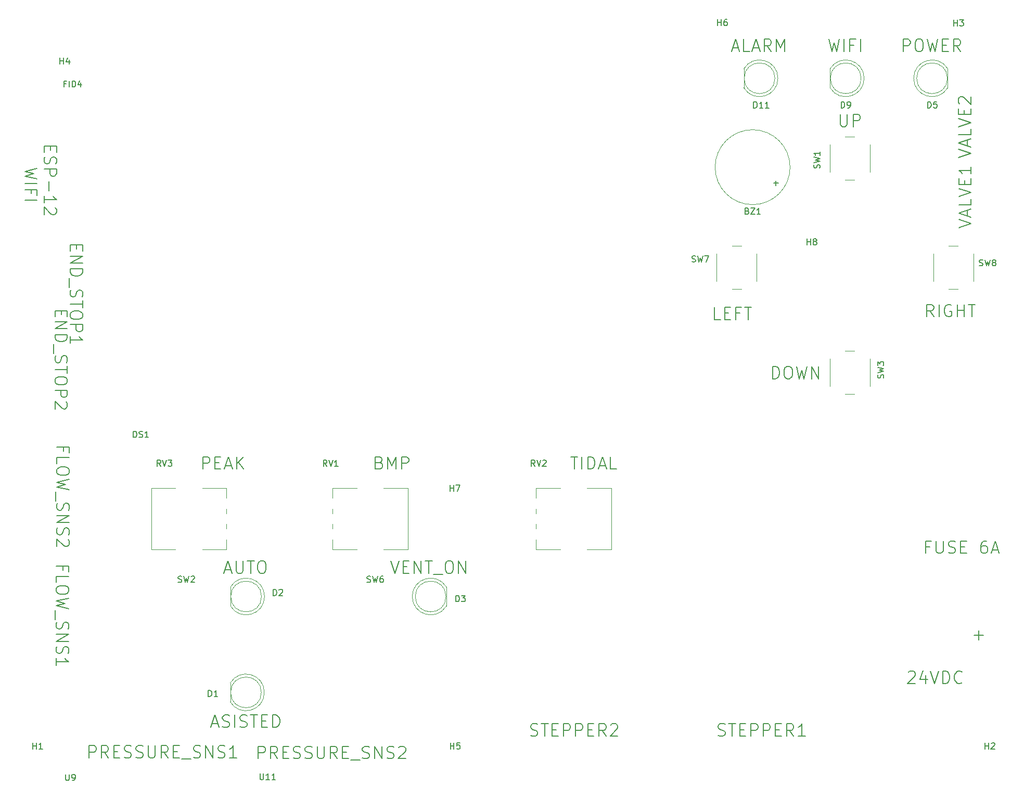
<source format=gto>
G04 #@! TF.GenerationSoftware,KiCad,Pcbnew,(5.1.5)-3*
G04 #@! TF.CreationDate,2020-04-02T09:01:34+03:00*
G04 #@! TF.ProjectId,VentilaVitesco,56656e74-696c-4615-9669-746573636f2e,rev?*
G04 #@! TF.SameCoordinates,PX354a940PY93c3260*
G04 #@! TF.FileFunction,Legend,Top*
G04 #@! TF.FilePolarity,Positive*
%FSLAX46Y46*%
G04 Gerber Fmt 4.6, Leading zero omitted, Abs format (unit mm)*
G04 Created by KiCad (PCBNEW (5.1.5)-3) date 2020-04-02 09:01:34*
%MOMM*%
%LPD*%
G04 APERTURE LIST*
%ADD10C,0.150000*%
%ADD11C,0.120000*%
G04 APERTURE END LIST*
D10*
X157454695Y27670143D02*
X158978504Y27670143D01*
X158216600Y26908239D02*
X158216600Y28432048D01*
X146749047Y21605762D02*
X146844285Y21701000D01*
X147034761Y21796239D01*
X147510952Y21796239D01*
X147701428Y21701000D01*
X147796666Y21605762D01*
X147891904Y21415286D01*
X147891904Y21224810D01*
X147796666Y20939096D01*
X146653809Y19796239D01*
X147891904Y19796239D01*
X149606190Y21129572D02*
X149606190Y19796239D01*
X149130000Y21891477D02*
X148653809Y20462905D01*
X149891904Y20462905D01*
X150368095Y21796239D02*
X151034761Y19796239D01*
X151701428Y21796239D01*
X152368095Y19796239D02*
X152368095Y21796239D01*
X152844285Y21796239D01*
X153130000Y21701000D01*
X153320476Y21510524D01*
X153415714Y21320048D01*
X153510952Y20939096D01*
X153510952Y20653381D01*
X153415714Y20272429D01*
X153320476Y20081953D01*
X153130000Y19891477D01*
X152844285Y19796239D01*
X152368095Y19796239D01*
X155510952Y19986715D02*
X155415714Y19891477D01*
X155130000Y19796239D01*
X154939523Y19796239D01*
X154653809Y19891477D01*
X154463333Y20081953D01*
X154368095Y20272429D01*
X154272857Y20653381D01*
X154272857Y20939096D01*
X154368095Y21320048D01*
X154463333Y21510524D01*
X154653809Y21701000D01*
X154939523Y21796239D01*
X155130000Y21796239D01*
X155415714Y21701000D01*
X155510952Y21605762D01*
X150232123Y42052858D02*
X149565457Y42052858D01*
X149565457Y41005239D02*
X149565457Y43005239D01*
X150517838Y43005239D01*
X151279742Y43005239D02*
X151279742Y41386191D01*
X151374980Y41195715D01*
X151470219Y41100477D01*
X151660695Y41005239D01*
X152041647Y41005239D01*
X152232123Y41100477D01*
X152327361Y41195715D01*
X152422600Y41386191D01*
X152422600Y43005239D01*
X153279742Y41100477D02*
X153565457Y41005239D01*
X154041647Y41005239D01*
X154232123Y41100477D01*
X154327361Y41195715D01*
X154422600Y41386191D01*
X154422600Y41576667D01*
X154327361Y41767143D01*
X154232123Y41862381D01*
X154041647Y41957620D01*
X153660695Y42052858D01*
X153470219Y42148096D01*
X153374980Y42243334D01*
X153279742Y42433810D01*
X153279742Y42624286D01*
X153374980Y42814762D01*
X153470219Y42910000D01*
X153660695Y43005239D01*
X154136885Y43005239D01*
X154422600Y42910000D01*
X155279742Y42052858D02*
X155946409Y42052858D01*
X156232123Y41005239D02*
X155279742Y41005239D01*
X155279742Y43005239D01*
X156232123Y43005239D01*
X159470219Y43005239D02*
X159089266Y43005239D01*
X158898790Y42910000D01*
X158803552Y42814762D01*
X158613076Y42529048D01*
X158517838Y42148096D01*
X158517838Y41386191D01*
X158613076Y41195715D01*
X158708314Y41100477D01*
X158898790Y41005239D01*
X159279742Y41005239D01*
X159470219Y41100477D01*
X159565457Y41195715D01*
X159660695Y41386191D01*
X159660695Y41862381D01*
X159565457Y42052858D01*
X159470219Y42148096D01*
X159279742Y42243334D01*
X158898790Y42243334D01*
X158708314Y42148096D01*
X158613076Y42052858D01*
X158517838Y41862381D01*
X160422600Y41576667D02*
X161374980Y41576667D01*
X160232123Y41005239D02*
X160898790Y43005239D01*
X161565457Y41005239D01*
X154962361Y94037781D02*
X156962361Y94704448D01*
X154962361Y95371115D01*
X156390933Y95942543D02*
X156390933Y96894924D01*
X156962361Y95752067D02*
X154962361Y96418734D01*
X156962361Y97085400D01*
X156962361Y98704448D02*
X156962361Y97752067D01*
X154962361Y97752067D01*
X154962361Y99085400D02*
X156962361Y99752067D01*
X154962361Y100418734D01*
X155914742Y101085400D02*
X155914742Y101752067D01*
X156962361Y102037781D02*
X156962361Y101085400D01*
X154962361Y101085400D01*
X154962361Y102037781D01*
X156962361Y103942543D02*
X156962361Y102799686D01*
X156962361Y103371115D02*
X154962361Y103371115D01*
X155248076Y103180639D01*
X155438552Y102990162D01*
X155533790Y102799686D01*
X154911561Y105442381D02*
X156911561Y106109048D01*
X154911561Y106775715D01*
X156340133Y107347143D02*
X156340133Y108299524D01*
X156911561Y107156667D02*
X154911561Y107823334D01*
X156911561Y108490000D01*
X156911561Y110109048D02*
X156911561Y109156667D01*
X154911561Y109156667D01*
X154911561Y110490000D02*
X156911561Y111156667D01*
X154911561Y111823334D01*
X155863942Y112490000D02*
X155863942Y113156667D01*
X156911561Y113442381D02*
X156911561Y112490000D01*
X154911561Y112490000D01*
X154911561Y113442381D01*
X155102038Y114204286D02*
X155006800Y114299524D01*
X154911561Y114490000D01*
X154911561Y114966191D01*
X155006800Y115156667D01*
X155102038Y115251905D01*
X155292514Y115347143D01*
X155482990Y115347143D01*
X155768704Y115251905D01*
X156911561Y114109048D01*
X156911561Y115347143D01*
X7204257Y107301515D02*
X7204257Y106634848D01*
X6156638Y106349134D02*
X6156638Y107301515D01*
X8156638Y107301515D01*
X8156638Y106349134D01*
X6251876Y105587229D02*
X6156638Y105301515D01*
X6156638Y104825324D01*
X6251876Y104634848D01*
X6347114Y104539610D01*
X6537590Y104444372D01*
X6728066Y104444372D01*
X6918542Y104539610D01*
X7013780Y104634848D01*
X7109019Y104825324D01*
X7204257Y105206277D01*
X7299495Y105396753D01*
X7394733Y105491991D01*
X7585209Y105587229D01*
X7775685Y105587229D01*
X7966161Y105491991D01*
X8061400Y105396753D01*
X8156638Y105206277D01*
X8156638Y104730086D01*
X8061400Y104444372D01*
X6156638Y103587229D02*
X8156638Y103587229D01*
X8156638Y102825324D01*
X8061400Y102634848D01*
X7966161Y102539610D01*
X7775685Y102444372D01*
X7489971Y102444372D01*
X7299495Y102539610D01*
X7204257Y102634848D01*
X7109019Y102825324D01*
X7109019Y103587229D01*
X6918542Y101587229D02*
X6918542Y100063420D01*
X6156638Y98063420D02*
X6156638Y99206277D01*
X6156638Y98634848D02*
X8156638Y98634848D01*
X7870923Y98825324D01*
X7680447Y99015800D01*
X7585209Y99206277D01*
X7966161Y97301515D02*
X8061400Y97206277D01*
X8156638Y97015800D01*
X8156638Y96539610D01*
X8061400Y96349134D01*
X7966161Y96253896D01*
X7775685Y96158658D01*
X7585209Y96158658D01*
X7299495Y96253896D01*
X6156638Y97396753D01*
X6156638Y96158658D01*
X5006638Y103682467D02*
X3006638Y103206277D01*
X4435209Y102825324D01*
X3006638Y102444372D01*
X5006638Y101968181D01*
X3006638Y101206277D02*
X5006638Y101206277D01*
X4054257Y99587229D02*
X4054257Y100253896D01*
X3006638Y100253896D02*
X5006638Y100253896D01*
X5006638Y99301515D01*
X3006638Y98539610D02*
X5006638Y98539610D01*
X11445857Y91213581D02*
X11445857Y90546915D01*
X10398238Y90261200D02*
X10398238Y91213581D01*
X12398238Y91213581D01*
X12398238Y90261200D01*
X10398238Y89404058D02*
X12398238Y89404058D01*
X10398238Y88261200D01*
X12398238Y88261200D01*
X10398238Y87308820D02*
X12398238Y87308820D01*
X12398238Y86832629D01*
X12303000Y86546915D01*
X12112523Y86356439D01*
X11922047Y86261200D01*
X11541095Y86165962D01*
X11255380Y86165962D01*
X10874428Y86261200D01*
X10683952Y86356439D01*
X10493476Y86546915D01*
X10398238Y86832629D01*
X10398238Y87308820D01*
X10207761Y85785010D02*
X10207761Y84261200D01*
X10493476Y83880248D02*
X10398238Y83594534D01*
X10398238Y83118343D01*
X10493476Y82927867D01*
X10588714Y82832629D01*
X10779190Y82737391D01*
X10969666Y82737391D01*
X11160142Y82832629D01*
X11255380Y82927867D01*
X11350619Y83118343D01*
X11445857Y83499296D01*
X11541095Y83689772D01*
X11636333Y83785010D01*
X11826809Y83880248D01*
X12017285Y83880248D01*
X12207761Y83785010D01*
X12303000Y83689772D01*
X12398238Y83499296D01*
X12398238Y83023105D01*
X12303000Y82737391D01*
X12398238Y82165962D02*
X12398238Y81023105D01*
X10398238Y81594534D02*
X12398238Y81594534D01*
X12398238Y79975486D02*
X12398238Y79594534D01*
X12303000Y79404058D01*
X12112523Y79213581D01*
X11731571Y79118343D01*
X11064904Y79118343D01*
X10683952Y79213581D01*
X10493476Y79404058D01*
X10398238Y79594534D01*
X10398238Y79975486D01*
X10493476Y80165962D01*
X10683952Y80356439D01*
X11064904Y80451677D01*
X11731571Y80451677D01*
X12112523Y80356439D01*
X12303000Y80165962D01*
X12398238Y79975486D01*
X10398238Y78261200D02*
X12398238Y78261200D01*
X12398238Y77499296D01*
X12303000Y77308820D01*
X12207761Y77213581D01*
X12017285Y77118343D01*
X11731571Y77118343D01*
X11541095Y77213581D01*
X11445857Y77308820D01*
X11350619Y77499296D01*
X11350619Y78261200D01*
X10398238Y75213581D02*
X10398238Y76356439D01*
X10398238Y75785010D02*
X12398238Y75785010D01*
X12112523Y75975486D01*
X11922047Y76165962D01*
X11826809Y76356439D01*
X8956657Y80520181D02*
X8956657Y79853515D01*
X7909038Y79567800D02*
X7909038Y80520181D01*
X9909038Y80520181D01*
X9909038Y79567800D01*
X7909038Y78710658D02*
X9909038Y78710658D01*
X7909038Y77567800D01*
X9909038Y77567800D01*
X7909038Y76615420D02*
X9909038Y76615420D01*
X9909038Y76139229D01*
X9813800Y75853515D01*
X9623323Y75663039D01*
X9432847Y75567800D01*
X9051895Y75472562D01*
X8766180Y75472562D01*
X8385228Y75567800D01*
X8194752Y75663039D01*
X8004276Y75853515D01*
X7909038Y76139229D01*
X7909038Y76615420D01*
X7718561Y75091610D02*
X7718561Y73567800D01*
X8004276Y73186848D02*
X7909038Y72901134D01*
X7909038Y72424943D01*
X8004276Y72234467D01*
X8099514Y72139229D01*
X8289990Y72043991D01*
X8480466Y72043991D01*
X8670942Y72139229D01*
X8766180Y72234467D01*
X8861419Y72424943D01*
X8956657Y72805896D01*
X9051895Y72996372D01*
X9147133Y73091610D01*
X9337609Y73186848D01*
X9528085Y73186848D01*
X9718561Y73091610D01*
X9813800Y72996372D01*
X9909038Y72805896D01*
X9909038Y72329705D01*
X9813800Y72043991D01*
X9909038Y71472562D02*
X9909038Y70329705D01*
X7909038Y70901134D02*
X9909038Y70901134D01*
X9909038Y69282086D02*
X9909038Y68901134D01*
X9813800Y68710658D01*
X9623323Y68520181D01*
X9242371Y68424943D01*
X8575704Y68424943D01*
X8194752Y68520181D01*
X8004276Y68710658D01*
X7909038Y68901134D01*
X7909038Y69282086D01*
X8004276Y69472562D01*
X8194752Y69663039D01*
X8575704Y69758277D01*
X9242371Y69758277D01*
X9623323Y69663039D01*
X9813800Y69472562D01*
X9909038Y69282086D01*
X7909038Y67567800D02*
X9909038Y67567800D01*
X9909038Y66805896D01*
X9813800Y66615420D01*
X9718561Y66520181D01*
X9528085Y66424943D01*
X9242371Y66424943D01*
X9051895Y66520181D01*
X8956657Y66615420D01*
X8861419Y66805896D01*
X8861419Y67567800D01*
X9718561Y65663039D02*
X9813800Y65567800D01*
X9909038Y65377324D01*
X9909038Y64901134D01*
X9813800Y64710658D01*
X9718561Y64615420D01*
X9528085Y64520181D01*
X9337609Y64520181D01*
X9051895Y64615420D01*
X7909038Y65758277D01*
X7909038Y64520181D01*
X9261457Y57622153D02*
X9261457Y58288820D01*
X8213838Y58288820D02*
X10213838Y58288820D01*
X10213838Y57336439D01*
X8213838Y55622153D02*
X8213838Y56574534D01*
X10213838Y56574534D01*
X10213838Y54574534D02*
X10213838Y54193581D01*
X10118600Y54003105D01*
X9928123Y53812629D01*
X9547171Y53717391D01*
X8880504Y53717391D01*
X8499552Y53812629D01*
X8309076Y54003105D01*
X8213838Y54193581D01*
X8213838Y54574534D01*
X8309076Y54765010D01*
X8499552Y54955486D01*
X8880504Y55050724D01*
X9547171Y55050724D01*
X9928123Y54955486D01*
X10118600Y54765010D01*
X10213838Y54574534D01*
X10213838Y53050724D02*
X8213838Y52574534D01*
X9642409Y52193581D01*
X8213838Y51812629D01*
X10213838Y51336439D01*
X8023361Y51050724D02*
X8023361Y49526915D01*
X8309076Y49145962D02*
X8213838Y48860248D01*
X8213838Y48384058D01*
X8309076Y48193581D01*
X8404314Y48098343D01*
X8594790Y48003105D01*
X8785266Y48003105D01*
X8975742Y48098343D01*
X9070980Y48193581D01*
X9166219Y48384058D01*
X9261457Y48765010D01*
X9356695Y48955486D01*
X9451933Y49050724D01*
X9642409Y49145962D01*
X9832885Y49145962D01*
X10023361Y49050724D01*
X10118600Y48955486D01*
X10213838Y48765010D01*
X10213838Y48288820D01*
X10118600Y48003105D01*
X8213838Y47145962D02*
X10213838Y47145962D01*
X8213838Y46003105D01*
X10213838Y46003105D01*
X8309076Y45145962D02*
X8213838Y44860248D01*
X8213838Y44384058D01*
X8309076Y44193581D01*
X8404314Y44098343D01*
X8594790Y44003105D01*
X8785266Y44003105D01*
X8975742Y44098343D01*
X9070980Y44193581D01*
X9166219Y44384058D01*
X9261457Y44765010D01*
X9356695Y44955486D01*
X9451933Y45050724D01*
X9642409Y45145962D01*
X9832885Y45145962D01*
X10023361Y45050724D01*
X10118600Y44955486D01*
X10213838Y44765010D01*
X10213838Y44288820D01*
X10118600Y44003105D01*
X10023361Y43241200D02*
X10118600Y43145962D01*
X10213838Y42955486D01*
X10213838Y42479296D01*
X10118600Y42288820D01*
X10023361Y42193581D01*
X9832885Y42098343D01*
X9642409Y42098343D01*
X9356695Y42193581D01*
X8213838Y43336439D01*
X8213838Y42098343D01*
X9185257Y38267353D02*
X9185257Y38934020D01*
X8137638Y38934020D02*
X10137638Y38934020D01*
X10137638Y37981639D01*
X8137638Y36267353D02*
X8137638Y37219734D01*
X10137638Y37219734D01*
X10137638Y35219734D02*
X10137638Y34838781D01*
X10042400Y34648305D01*
X9851923Y34457829D01*
X9470971Y34362591D01*
X8804304Y34362591D01*
X8423352Y34457829D01*
X8232876Y34648305D01*
X8137638Y34838781D01*
X8137638Y35219734D01*
X8232876Y35410210D01*
X8423352Y35600686D01*
X8804304Y35695924D01*
X9470971Y35695924D01*
X9851923Y35600686D01*
X10042400Y35410210D01*
X10137638Y35219734D01*
X10137638Y33695924D02*
X8137638Y33219734D01*
X9566209Y32838781D01*
X8137638Y32457829D01*
X10137638Y31981639D01*
X7947161Y31695924D02*
X7947161Y30172115D01*
X8232876Y29791162D02*
X8137638Y29505448D01*
X8137638Y29029258D01*
X8232876Y28838781D01*
X8328114Y28743543D01*
X8518590Y28648305D01*
X8709066Y28648305D01*
X8899542Y28743543D01*
X8994780Y28838781D01*
X9090019Y29029258D01*
X9185257Y29410210D01*
X9280495Y29600686D01*
X9375733Y29695924D01*
X9566209Y29791162D01*
X9756685Y29791162D01*
X9947161Y29695924D01*
X10042400Y29600686D01*
X10137638Y29410210D01*
X10137638Y28934020D01*
X10042400Y28648305D01*
X8137638Y27791162D02*
X10137638Y27791162D01*
X8137638Y26648305D01*
X10137638Y26648305D01*
X8232876Y25791162D02*
X8137638Y25505448D01*
X8137638Y25029258D01*
X8232876Y24838781D01*
X8328114Y24743543D01*
X8518590Y24648305D01*
X8709066Y24648305D01*
X8899542Y24743543D01*
X8994780Y24838781D01*
X9090019Y25029258D01*
X9185257Y25410210D01*
X9280495Y25600686D01*
X9375733Y25695924D01*
X9566209Y25791162D01*
X9756685Y25791162D01*
X9947161Y25695924D01*
X10042400Y25600686D01*
X10137638Y25410210D01*
X10137638Y24934020D01*
X10042400Y24648305D01*
X8137638Y22743543D02*
X8137638Y23886400D01*
X8137638Y23314972D02*
X10137638Y23314972D01*
X9851923Y23505448D01*
X9661447Y23695924D01*
X9566209Y23886400D01*
X115815361Y11331677D02*
X116101076Y11236439D01*
X116577266Y11236439D01*
X116767742Y11331677D01*
X116862980Y11426915D01*
X116958219Y11617391D01*
X116958219Y11807867D01*
X116862980Y11998343D01*
X116767742Y12093581D01*
X116577266Y12188820D01*
X116196314Y12284058D01*
X116005838Y12379296D01*
X115910600Y12474534D01*
X115815361Y12665010D01*
X115815361Y12855486D01*
X115910600Y13045962D01*
X116005838Y13141200D01*
X116196314Y13236439D01*
X116672504Y13236439D01*
X116958219Y13141200D01*
X117529647Y13236439D02*
X118672504Y13236439D01*
X118101076Y11236439D02*
X118101076Y13236439D01*
X119339171Y12284058D02*
X120005838Y12284058D01*
X120291552Y11236439D02*
X119339171Y11236439D01*
X119339171Y13236439D01*
X120291552Y13236439D01*
X121148695Y11236439D02*
X121148695Y13236439D01*
X121910600Y13236439D01*
X122101076Y13141200D01*
X122196314Y13045962D01*
X122291552Y12855486D01*
X122291552Y12569772D01*
X122196314Y12379296D01*
X122101076Y12284058D01*
X121910600Y12188820D01*
X121148695Y12188820D01*
X123148695Y11236439D02*
X123148695Y13236439D01*
X123910600Y13236439D01*
X124101076Y13141200D01*
X124196314Y13045962D01*
X124291552Y12855486D01*
X124291552Y12569772D01*
X124196314Y12379296D01*
X124101076Y12284058D01*
X123910600Y12188820D01*
X123148695Y12188820D01*
X125148695Y12284058D02*
X125815361Y12284058D01*
X126101076Y11236439D02*
X125148695Y11236439D01*
X125148695Y13236439D01*
X126101076Y13236439D01*
X128101076Y11236439D02*
X127434409Y12188820D01*
X126958219Y11236439D02*
X126958219Y13236439D01*
X127720123Y13236439D01*
X127910600Y13141200D01*
X128005838Y13045962D01*
X128101076Y12855486D01*
X128101076Y12569772D01*
X128005838Y12379296D01*
X127910600Y12284058D01*
X127720123Y12188820D01*
X126958219Y12188820D01*
X130005838Y11236439D02*
X128862980Y11236439D01*
X129434409Y11236439D02*
X129434409Y13236439D01*
X129243933Y12950724D01*
X129053457Y12760248D01*
X128862980Y12665010D01*
X85309961Y11331677D02*
X85595676Y11236439D01*
X86071866Y11236439D01*
X86262342Y11331677D01*
X86357580Y11426915D01*
X86452819Y11617391D01*
X86452819Y11807867D01*
X86357580Y11998343D01*
X86262342Y12093581D01*
X86071866Y12188820D01*
X85690914Y12284058D01*
X85500438Y12379296D01*
X85405200Y12474534D01*
X85309961Y12665010D01*
X85309961Y12855486D01*
X85405200Y13045962D01*
X85500438Y13141200D01*
X85690914Y13236439D01*
X86167104Y13236439D01*
X86452819Y13141200D01*
X87024247Y13236439D02*
X88167104Y13236439D01*
X87595676Y11236439D02*
X87595676Y13236439D01*
X88833771Y12284058D02*
X89500438Y12284058D01*
X89786152Y11236439D02*
X88833771Y11236439D01*
X88833771Y13236439D01*
X89786152Y13236439D01*
X90643295Y11236439D02*
X90643295Y13236439D01*
X91405200Y13236439D01*
X91595676Y13141200D01*
X91690914Y13045962D01*
X91786152Y12855486D01*
X91786152Y12569772D01*
X91690914Y12379296D01*
X91595676Y12284058D01*
X91405200Y12188820D01*
X90643295Y12188820D01*
X92643295Y11236439D02*
X92643295Y13236439D01*
X93405200Y13236439D01*
X93595676Y13141200D01*
X93690914Y13045962D01*
X93786152Y12855486D01*
X93786152Y12569772D01*
X93690914Y12379296D01*
X93595676Y12284058D01*
X93405200Y12188820D01*
X92643295Y12188820D01*
X94643295Y12284058D02*
X95309961Y12284058D01*
X95595676Y11236439D02*
X94643295Y11236439D01*
X94643295Y13236439D01*
X95595676Y13236439D01*
X97595676Y11236439D02*
X96929009Y12188820D01*
X96452819Y11236439D02*
X96452819Y13236439D01*
X97214723Y13236439D01*
X97405200Y13141200D01*
X97500438Y13045962D01*
X97595676Y12855486D01*
X97595676Y12569772D01*
X97500438Y12379296D01*
X97405200Y12284058D01*
X97214723Y12188820D01*
X96452819Y12188820D01*
X98357580Y13045962D02*
X98452819Y13141200D01*
X98643295Y13236439D01*
X99119485Y13236439D01*
X99309961Y13141200D01*
X99405200Y13045962D01*
X99500438Y12855486D01*
X99500438Y12665010D01*
X99405200Y12379296D01*
X98262342Y11236439D01*
X99500438Y11236439D01*
X13473019Y7680439D02*
X13473019Y9680439D01*
X14234923Y9680439D01*
X14425400Y9585200D01*
X14520638Y9489962D01*
X14615876Y9299486D01*
X14615876Y9013772D01*
X14520638Y8823296D01*
X14425400Y8728058D01*
X14234923Y8632820D01*
X13473019Y8632820D01*
X16615876Y7680439D02*
X15949209Y8632820D01*
X15473019Y7680439D02*
X15473019Y9680439D01*
X16234923Y9680439D01*
X16425400Y9585200D01*
X16520638Y9489962D01*
X16615876Y9299486D01*
X16615876Y9013772D01*
X16520638Y8823296D01*
X16425400Y8728058D01*
X16234923Y8632820D01*
X15473019Y8632820D01*
X17473019Y8728058D02*
X18139685Y8728058D01*
X18425400Y7680439D02*
X17473019Y7680439D01*
X17473019Y9680439D01*
X18425400Y9680439D01*
X19187304Y7775677D02*
X19473019Y7680439D01*
X19949209Y7680439D01*
X20139685Y7775677D01*
X20234923Y7870915D01*
X20330161Y8061391D01*
X20330161Y8251867D01*
X20234923Y8442343D01*
X20139685Y8537581D01*
X19949209Y8632820D01*
X19568257Y8728058D01*
X19377780Y8823296D01*
X19282542Y8918534D01*
X19187304Y9109010D01*
X19187304Y9299486D01*
X19282542Y9489962D01*
X19377780Y9585200D01*
X19568257Y9680439D01*
X20044447Y9680439D01*
X20330161Y9585200D01*
X21092066Y7775677D02*
X21377780Y7680439D01*
X21853971Y7680439D01*
X22044447Y7775677D01*
X22139685Y7870915D01*
X22234923Y8061391D01*
X22234923Y8251867D01*
X22139685Y8442343D01*
X22044447Y8537581D01*
X21853971Y8632820D01*
X21473019Y8728058D01*
X21282542Y8823296D01*
X21187304Y8918534D01*
X21092066Y9109010D01*
X21092066Y9299486D01*
X21187304Y9489962D01*
X21282542Y9585200D01*
X21473019Y9680439D01*
X21949209Y9680439D01*
X22234923Y9585200D01*
X23092066Y9680439D02*
X23092066Y8061391D01*
X23187304Y7870915D01*
X23282542Y7775677D01*
X23473019Y7680439D01*
X23853971Y7680439D01*
X24044447Y7775677D01*
X24139685Y7870915D01*
X24234923Y8061391D01*
X24234923Y9680439D01*
X26330161Y7680439D02*
X25663495Y8632820D01*
X25187304Y7680439D02*
X25187304Y9680439D01*
X25949209Y9680439D01*
X26139685Y9585200D01*
X26234923Y9489962D01*
X26330161Y9299486D01*
X26330161Y9013772D01*
X26234923Y8823296D01*
X26139685Y8728058D01*
X25949209Y8632820D01*
X25187304Y8632820D01*
X27187304Y8728058D02*
X27853971Y8728058D01*
X28139685Y7680439D02*
X27187304Y7680439D01*
X27187304Y9680439D01*
X28139685Y9680439D01*
X28520638Y7489962D02*
X30044447Y7489962D01*
X30425400Y7775677D02*
X30711114Y7680439D01*
X31187304Y7680439D01*
X31377780Y7775677D01*
X31473019Y7870915D01*
X31568257Y8061391D01*
X31568257Y8251867D01*
X31473019Y8442343D01*
X31377780Y8537581D01*
X31187304Y8632820D01*
X30806352Y8728058D01*
X30615876Y8823296D01*
X30520638Y8918534D01*
X30425400Y9109010D01*
X30425400Y9299486D01*
X30520638Y9489962D01*
X30615876Y9585200D01*
X30806352Y9680439D01*
X31282542Y9680439D01*
X31568257Y9585200D01*
X32425400Y7680439D02*
X32425400Y9680439D01*
X33568257Y7680439D01*
X33568257Y9680439D01*
X34425399Y7775677D02*
X34711114Y7680439D01*
X35187304Y7680439D01*
X35377780Y7775677D01*
X35473019Y7870915D01*
X35568257Y8061391D01*
X35568257Y8251867D01*
X35473019Y8442343D01*
X35377780Y8537581D01*
X35187304Y8632820D01*
X34806352Y8728058D01*
X34615876Y8823296D01*
X34520638Y8918534D01*
X34425399Y9109010D01*
X34425399Y9299486D01*
X34520638Y9489962D01*
X34615876Y9585200D01*
X34806352Y9680439D01*
X35282542Y9680439D01*
X35568257Y9585200D01*
X37473019Y7680439D02*
X36330161Y7680439D01*
X36901590Y7680439D02*
X36901590Y9680439D01*
X36711114Y9394724D01*
X36520638Y9204248D01*
X36330161Y9109010D01*
X40981219Y7553439D02*
X40981219Y9553439D01*
X41743123Y9553439D01*
X41933600Y9458200D01*
X42028838Y9362962D01*
X42124076Y9172486D01*
X42124076Y8886772D01*
X42028838Y8696296D01*
X41933600Y8601058D01*
X41743123Y8505820D01*
X40981219Y8505820D01*
X44124076Y7553439D02*
X43457409Y8505820D01*
X42981219Y7553439D02*
X42981219Y9553439D01*
X43743123Y9553439D01*
X43933600Y9458200D01*
X44028838Y9362962D01*
X44124076Y9172486D01*
X44124076Y8886772D01*
X44028838Y8696296D01*
X43933600Y8601058D01*
X43743123Y8505820D01*
X42981219Y8505820D01*
X44981219Y8601058D02*
X45647885Y8601058D01*
X45933600Y7553439D02*
X44981219Y7553439D01*
X44981219Y9553439D01*
X45933600Y9553439D01*
X46695504Y7648677D02*
X46981219Y7553439D01*
X47457409Y7553439D01*
X47647885Y7648677D01*
X47743123Y7743915D01*
X47838361Y7934391D01*
X47838361Y8124867D01*
X47743123Y8315343D01*
X47647885Y8410581D01*
X47457409Y8505820D01*
X47076457Y8601058D01*
X46885980Y8696296D01*
X46790742Y8791534D01*
X46695504Y8982010D01*
X46695504Y9172486D01*
X46790742Y9362962D01*
X46885980Y9458200D01*
X47076457Y9553439D01*
X47552647Y9553439D01*
X47838361Y9458200D01*
X48600266Y7648677D02*
X48885980Y7553439D01*
X49362171Y7553439D01*
X49552647Y7648677D01*
X49647885Y7743915D01*
X49743123Y7934391D01*
X49743123Y8124867D01*
X49647885Y8315343D01*
X49552647Y8410581D01*
X49362171Y8505820D01*
X48981219Y8601058D01*
X48790742Y8696296D01*
X48695504Y8791534D01*
X48600266Y8982010D01*
X48600266Y9172486D01*
X48695504Y9362962D01*
X48790742Y9458200D01*
X48981219Y9553439D01*
X49457409Y9553439D01*
X49743123Y9458200D01*
X50600266Y9553439D02*
X50600266Y7934391D01*
X50695504Y7743915D01*
X50790742Y7648677D01*
X50981219Y7553439D01*
X51362171Y7553439D01*
X51552647Y7648677D01*
X51647885Y7743915D01*
X51743123Y7934391D01*
X51743123Y9553439D01*
X53838361Y7553439D02*
X53171695Y8505820D01*
X52695504Y7553439D02*
X52695504Y9553439D01*
X53457409Y9553439D01*
X53647885Y9458200D01*
X53743123Y9362962D01*
X53838361Y9172486D01*
X53838361Y8886772D01*
X53743123Y8696296D01*
X53647885Y8601058D01*
X53457409Y8505820D01*
X52695504Y8505820D01*
X54695504Y8601058D02*
X55362171Y8601058D01*
X55647885Y7553439D02*
X54695504Y7553439D01*
X54695504Y9553439D01*
X55647885Y9553439D01*
X56028838Y7362962D02*
X57552647Y7362962D01*
X57933600Y7648677D02*
X58219314Y7553439D01*
X58695504Y7553439D01*
X58885980Y7648677D01*
X58981219Y7743915D01*
X59076457Y7934391D01*
X59076457Y8124867D01*
X58981219Y8315343D01*
X58885980Y8410581D01*
X58695504Y8505820D01*
X58314552Y8601058D01*
X58124076Y8696296D01*
X58028838Y8791534D01*
X57933600Y8982010D01*
X57933600Y9172486D01*
X58028838Y9362962D01*
X58124076Y9458200D01*
X58314552Y9553439D01*
X58790742Y9553439D01*
X59076457Y9458200D01*
X59933600Y7553439D02*
X59933600Y9553439D01*
X61076457Y7553439D01*
X61076457Y9553439D01*
X61933599Y7648677D02*
X62219314Y7553439D01*
X62695504Y7553439D01*
X62885980Y7648677D01*
X62981219Y7743915D01*
X63076457Y7934391D01*
X63076457Y8124867D01*
X62981219Y8315343D01*
X62885980Y8410581D01*
X62695504Y8505820D01*
X62314552Y8601058D01*
X62124076Y8696296D01*
X62028838Y8791534D01*
X61933599Y8982010D01*
X61933599Y9172486D01*
X62028838Y9362962D01*
X62124076Y9458200D01*
X62314552Y9553439D01*
X62790742Y9553439D01*
X63076457Y9458200D01*
X63838361Y9362962D02*
X63933599Y9458200D01*
X64124076Y9553439D01*
X64600266Y9553439D01*
X64790742Y9458200D01*
X64885980Y9362962D01*
X64981219Y9172486D01*
X64981219Y8982010D01*
X64885980Y8696296D01*
X63743123Y7553439D01*
X64981219Y7553439D01*
X145952152Y122742439D02*
X145952152Y124742439D01*
X146714057Y124742439D01*
X146904533Y124647200D01*
X146999771Y124551962D01*
X147095009Y124361486D01*
X147095009Y124075772D01*
X146999771Y123885296D01*
X146904533Y123790058D01*
X146714057Y123694820D01*
X145952152Y123694820D01*
X148333104Y124742439D02*
X148714057Y124742439D01*
X148904533Y124647200D01*
X149095009Y124456724D01*
X149190247Y124075772D01*
X149190247Y123409105D01*
X149095009Y123028153D01*
X148904533Y122837677D01*
X148714057Y122742439D01*
X148333104Y122742439D01*
X148142628Y122837677D01*
X147952152Y123028153D01*
X147856914Y123409105D01*
X147856914Y124075772D01*
X147952152Y124456724D01*
X148142628Y124647200D01*
X148333104Y124742439D01*
X149856914Y124742439D02*
X150333104Y122742439D01*
X150714057Y124171010D01*
X151095009Y122742439D01*
X151571200Y124742439D01*
X152333104Y123790058D02*
X152999771Y123790058D01*
X153285485Y122742439D02*
X152333104Y122742439D01*
X152333104Y124742439D01*
X153285485Y124742439D01*
X155285485Y122742439D02*
X154618819Y123694820D01*
X154142628Y122742439D02*
X154142628Y124742439D01*
X154904533Y124742439D01*
X155095009Y124647200D01*
X155190247Y124551962D01*
X155285485Y124361486D01*
X155285485Y124075772D01*
X155190247Y123885296D01*
X155095009Y123790058D01*
X154904533Y123694820D01*
X154142628Y123694820D01*
X133832933Y124742439D02*
X134309123Y122742439D01*
X134690076Y124171010D01*
X135071028Y122742439D01*
X135547219Y124742439D01*
X136309123Y122742439D02*
X136309123Y124742439D01*
X137928171Y123790058D02*
X137261504Y123790058D01*
X137261504Y122742439D02*
X137261504Y124742439D01*
X138213885Y124742439D01*
X138975790Y122742439D02*
X138975790Y124742439D01*
X118167685Y123313867D02*
X119120066Y123313867D01*
X117977209Y122742439D02*
X118643876Y124742439D01*
X119310542Y122742439D01*
X120929590Y122742439D02*
X119977209Y122742439D01*
X119977209Y124742439D01*
X121501019Y123313867D02*
X122453400Y123313867D01*
X121310542Y122742439D02*
X121977209Y124742439D01*
X122643876Y122742439D01*
X124453400Y122742439D02*
X123786733Y123694820D01*
X123310542Y122742439D02*
X123310542Y124742439D01*
X124072447Y124742439D01*
X124262923Y124647200D01*
X124358161Y124551962D01*
X124453400Y124361486D01*
X124453400Y124075772D01*
X124358161Y123885296D01*
X124262923Y123790058D01*
X124072447Y123694820D01*
X123310542Y123694820D01*
X125310542Y122742439D02*
X125310542Y124742439D01*
X125977209Y123313867D01*
X126643876Y124742439D01*
X126643876Y122742439D01*
X135690171Y112499639D02*
X135690171Y110880591D01*
X135785409Y110690115D01*
X135880647Y110594877D01*
X136071123Y110499639D01*
X136452076Y110499639D01*
X136642552Y110594877D01*
X136737790Y110690115D01*
X136833028Y110880591D01*
X136833028Y112499639D01*
X137785409Y110499639D02*
X137785409Y112499639D01*
X138547314Y112499639D01*
X138737790Y112404400D01*
X138833028Y112309162D01*
X138928266Y112118686D01*
X138928266Y111832972D01*
X138833028Y111642496D01*
X138737790Y111547258D01*
X138547314Y111452020D01*
X137785409Y111452020D01*
X116205238Y79079839D02*
X115252857Y79079839D01*
X115252857Y81079839D01*
X116871904Y80127458D02*
X117538571Y80127458D01*
X117824285Y79079839D02*
X116871904Y79079839D01*
X116871904Y81079839D01*
X117824285Y81079839D01*
X119348095Y80127458D02*
X118681428Y80127458D01*
X118681428Y79079839D02*
X118681428Y81079839D01*
X119633809Y81079839D01*
X120110000Y81079839D02*
X121252857Y81079839D01*
X120681428Y79079839D02*
X120681428Y81079839D01*
X150901733Y79537039D02*
X150235066Y80489420D01*
X149758876Y79537039D02*
X149758876Y81537039D01*
X150520780Y81537039D01*
X150711257Y81441800D01*
X150806495Y81346562D01*
X150901733Y81156086D01*
X150901733Y80870372D01*
X150806495Y80679896D01*
X150711257Y80584658D01*
X150520780Y80489420D01*
X149758876Y80489420D01*
X151758876Y79537039D02*
X151758876Y81537039D01*
X153758876Y81441800D02*
X153568400Y81537039D01*
X153282685Y81537039D01*
X152996971Y81441800D01*
X152806495Y81251324D01*
X152711257Y81060848D01*
X152616019Y80679896D01*
X152616019Y80394181D01*
X152711257Y80013229D01*
X152806495Y79822753D01*
X152996971Y79632277D01*
X153282685Y79537039D01*
X153473161Y79537039D01*
X153758876Y79632277D01*
X153854114Y79727515D01*
X153854114Y80394181D01*
X153473161Y80394181D01*
X154711257Y79537039D02*
X154711257Y81537039D01*
X154711257Y80584658D02*
X155854114Y80584658D01*
X155854114Y79537039D02*
X155854114Y81537039D01*
X156520780Y81537039D02*
X157663638Y81537039D01*
X157092209Y79537039D02*
X157092209Y81537039D01*
X124660495Y69427839D02*
X124660495Y71427839D01*
X125136685Y71427839D01*
X125422400Y71332600D01*
X125612876Y71142124D01*
X125708114Y70951648D01*
X125803352Y70570696D01*
X125803352Y70284981D01*
X125708114Y69904029D01*
X125612876Y69713553D01*
X125422400Y69523077D01*
X125136685Y69427839D01*
X124660495Y69427839D01*
X127041447Y71427839D02*
X127422400Y71427839D01*
X127612876Y71332600D01*
X127803352Y71142124D01*
X127898590Y70761172D01*
X127898590Y70094505D01*
X127803352Y69713553D01*
X127612876Y69523077D01*
X127422400Y69427839D01*
X127041447Y69427839D01*
X126850971Y69523077D01*
X126660495Y69713553D01*
X126565257Y70094505D01*
X126565257Y70761172D01*
X126660495Y71142124D01*
X126850971Y71332600D01*
X127041447Y71427839D01*
X128565257Y71427839D02*
X129041447Y69427839D01*
X129422400Y70856410D01*
X129803352Y69427839D01*
X130279542Y71427839D01*
X131041447Y69427839D02*
X131041447Y71427839D01*
X132184304Y69427839D01*
X132184304Y71427839D01*
X33439790Y13230267D02*
X34392171Y13230267D01*
X33249314Y12658839D02*
X33915980Y14658839D01*
X34582647Y12658839D01*
X35154076Y12754077D02*
X35439790Y12658839D01*
X35915980Y12658839D01*
X36106457Y12754077D01*
X36201695Y12849315D01*
X36296933Y13039791D01*
X36296933Y13230267D01*
X36201695Y13420743D01*
X36106457Y13515981D01*
X35915980Y13611220D01*
X35535028Y13706458D01*
X35344552Y13801696D01*
X35249314Y13896934D01*
X35154076Y14087410D01*
X35154076Y14277886D01*
X35249314Y14468362D01*
X35344552Y14563600D01*
X35535028Y14658839D01*
X36011219Y14658839D01*
X36296933Y14563600D01*
X37154076Y12658839D02*
X37154076Y14658839D01*
X38011219Y12754077D02*
X38296933Y12658839D01*
X38773123Y12658839D01*
X38963600Y12754077D01*
X39058838Y12849315D01*
X39154076Y13039791D01*
X39154076Y13230267D01*
X39058838Y13420743D01*
X38963600Y13515981D01*
X38773123Y13611220D01*
X38392171Y13706458D01*
X38201695Y13801696D01*
X38106457Y13896934D01*
X38011219Y14087410D01*
X38011219Y14277886D01*
X38106457Y14468362D01*
X38201695Y14563600D01*
X38392171Y14658839D01*
X38868361Y14658839D01*
X39154076Y14563600D01*
X39725504Y14658839D02*
X40868361Y14658839D01*
X40296933Y12658839D02*
X40296933Y14658839D01*
X41535028Y13706458D02*
X42201695Y13706458D01*
X42487409Y12658839D02*
X41535028Y12658839D01*
X41535028Y14658839D01*
X42487409Y14658839D01*
X43344552Y12658839D02*
X43344552Y14658839D01*
X43820742Y14658839D01*
X44106457Y14563600D01*
X44296933Y14373124D01*
X44392171Y14182648D01*
X44487409Y13801696D01*
X44487409Y13515981D01*
X44392171Y13135029D01*
X44296933Y12944553D01*
X44106457Y12754077D01*
X43820742Y12658839D01*
X43344552Y12658839D01*
X35579466Y38325467D02*
X36531847Y38325467D01*
X35388990Y37754039D02*
X36055657Y39754039D01*
X36722323Y37754039D01*
X37388990Y39754039D02*
X37388990Y38134991D01*
X37484228Y37944515D01*
X37579466Y37849277D01*
X37769942Y37754039D01*
X38150895Y37754039D01*
X38341371Y37849277D01*
X38436609Y37944515D01*
X38531847Y38134991D01*
X38531847Y39754039D01*
X39198514Y39754039D02*
X40341371Y39754039D01*
X39769942Y37754039D02*
X39769942Y39754039D01*
X41388990Y39754039D02*
X41769942Y39754039D01*
X41960419Y39658800D01*
X42150895Y39468324D01*
X42246133Y39087372D01*
X42246133Y38420705D01*
X42150895Y38039753D01*
X41960419Y37849277D01*
X41769942Y37754039D01*
X41388990Y37754039D01*
X41198514Y37849277D01*
X41008038Y38039753D01*
X40912800Y38420705D01*
X40912800Y39087372D01*
X41008038Y39468324D01*
X41198514Y39658800D01*
X41388990Y39754039D01*
X62545104Y39754039D02*
X63211771Y37754039D01*
X63878438Y39754039D01*
X64545104Y38801658D02*
X65211771Y38801658D01*
X65497485Y37754039D02*
X64545104Y37754039D01*
X64545104Y39754039D01*
X65497485Y39754039D01*
X66354628Y37754039D02*
X66354628Y39754039D01*
X67497485Y37754039D01*
X67497485Y39754039D01*
X68164152Y39754039D02*
X69307009Y39754039D01*
X68735580Y37754039D02*
X68735580Y39754039D01*
X69497485Y37563562D02*
X71021295Y37563562D01*
X71878438Y39754039D02*
X72259390Y39754039D01*
X72449866Y39658800D01*
X72640342Y39468324D01*
X72735580Y39087372D01*
X72735580Y38420705D01*
X72640342Y38039753D01*
X72449866Y37849277D01*
X72259390Y37754039D01*
X71878438Y37754039D01*
X71687961Y37849277D01*
X71497485Y38039753D01*
X71402247Y38420705D01*
X71402247Y39087372D01*
X71497485Y39468324D01*
X71687961Y39658800D01*
X71878438Y39754039D01*
X73592723Y37754039D02*
X73592723Y39754039D01*
X74735580Y37754039D01*
X74735580Y39754039D01*
X91840514Y56721239D02*
X92983371Y56721239D01*
X92411942Y54721239D02*
X92411942Y56721239D01*
X93650038Y54721239D02*
X93650038Y56721239D01*
X94602419Y54721239D02*
X94602419Y56721239D01*
X95078609Y56721239D01*
X95364323Y56626000D01*
X95554800Y56435524D01*
X95650038Y56245048D01*
X95745276Y55864096D01*
X95745276Y55578381D01*
X95650038Y55197429D01*
X95554800Y55006953D01*
X95364323Y54816477D01*
X95078609Y54721239D01*
X94602419Y54721239D01*
X96507180Y55292667D02*
X97459561Y55292667D01*
X96316704Y54721239D02*
X96983371Y56721239D01*
X97650038Y54721239D01*
X99269085Y54721239D02*
X98316704Y54721239D01*
X98316704Y56721239D01*
X60712600Y55768858D02*
X60998314Y55673620D01*
X61093552Y55578381D01*
X61188790Y55387905D01*
X61188790Y55102191D01*
X61093552Y54911715D01*
X60998314Y54816477D01*
X60807838Y54721239D01*
X60045933Y54721239D01*
X60045933Y56721239D01*
X60712600Y56721239D01*
X60903076Y56626000D01*
X60998314Y56530762D01*
X61093552Y56340286D01*
X61093552Y56149810D01*
X60998314Y55959334D01*
X60903076Y55864096D01*
X60712600Y55768858D01*
X60045933Y55768858D01*
X62045933Y54721239D02*
X62045933Y56721239D01*
X62712600Y55292667D01*
X63379266Y56721239D01*
X63379266Y54721239D01*
X64331647Y54721239D02*
X64331647Y56721239D01*
X65093552Y56721239D01*
X65284028Y56626000D01*
X65379266Y56530762D01*
X65474504Y56340286D01*
X65474504Y56054572D01*
X65379266Y55864096D01*
X65284028Y55768858D01*
X65093552Y55673620D01*
X64331647Y55673620D01*
X31944085Y54721239D02*
X31944085Y56721239D01*
X32705990Y56721239D01*
X32896466Y56626000D01*
X32991704Y56530762D01*
X33086942Y56340286D01*
X33086942Y56054572D01*
X32991704Y55864096D01*
X32896466Y55768858D01*
X32705990Y55673620D01*
X31944085Y55673620D01*
X33944085Y55768858D02*
X34610752Y55768858D01*
X34896466Y54721239D02*
X33944085Y54721239D01*
X33944085Y56721239D01*
X34896466Y56721239D01*
X35658371Y55292667D02*
X36610752Y55292667D01*
X35467895Y54721239D02*
X36134561Y56721239D01*
X36801228Y54721239D01*
X37467895Y54721239D02*
X37467895Y56721239D01*
X38610752Y54721239D02*
X37753609Y55864096D01*
X38610752Y56721239D02*
X37467895Y55578381D01*
D11*
X23583000Y41602600D02*
X23583000Y51643600D01*
X35823000Y49993600D02*
X35823000Y51643600D01*
X35823000Y47494600D02*
X35823000Y48253600D01*
X35823000Y44994600D02*
X35823000Y45753600D01*
X35823000Y41602600D02*
X35823000Y43252600D01*
X27519000Y51643600D02*
X23583000Y51643600D01*
X35823000Y51643600D02*
X31886000Y51643600D01*
X27519000Y41602600D02*
X23583000Y41602600D01*
X35823000Y41602600D02*
X31886000Y41602600D01*
X98413200Y51640800D02*
X98413200Y41599800D01*
X86173200Y43249800D02*
X86173200Y41599800D01*
X86173200Y45748800D02*
X86173200Y44989800D01*
X86173200Y48248800D02*
X86173200Y47489800D01*
X86173200Y51640800D02*
X86173200Y49990800D01*
X94477200Y41599800D02*
X98413200Y41599800D01*
X86173200Y41599800D02*
X90110200Y41599800D01*
X94477200Y51640800D02*
X98413200Y51640800D01*
X86173200Y51640800D02*
X90110200Y51640800D01*
X65317000Y51640800D02*
X65317000Y41599800D01*
X53077000Y43249800D02*
X53077000Y41599800D01*
X53077000Y45748800D02*
X53077000Y44989800D01*
X53077000Y48248800D02*
X53077000Y47489800D01*
X53077000Y51640800D02*
X53077000Y49990800D01*
X61381000Y41599800D02*
X65317000Y41599800D01*
X53077000Y41599800D02*
X57014000Y41599800D01*
X61381000Y51640800D02*
X65317000Y51640800D01*
X53077000Y51640800D02*
X57014000Y51640800D01*
X127522000Y103886000D02*
G75*
G03X127522000Y103886000I-6100000J0D01*
G01*
X41979000Y18339262D02*
G75*
G02X36429000Y16793970I-2990000J-462D01*
G01*
X41979000Y18338338D02*
G75*
G03X36429000Y19883630I-2990000J462D01*
G01*
X41489000Y18338800D02*
G75*
G03X41489000Y18338800I-2500000J0D01*
G01*
X36429000Y19883800D02*
X36429000Y16793800D01*
X36454400Y35504800D02*
X36454400Y32414800D01*
X41514400Y33959800D02*
G75*
G03X41514400Y33959800I-2500000J0D01*
G01*
X42004400Y33959338D02*
G75*
G03X36454400Y35504630I-2990000J462D01*
G01*
X42004400Y33960262D02*
G75*
G02X36454400Y32414970I-2990000J-462D01*
G01*
X66047200Y33959338D02*
G75*
G02X71597200Y35504630I2990000J462D01*
G01*
X66047200Y33960262D02*
G75*
G03X71597200Y32414970I2990000J-462D01*
G01*
X71537200Y33959800D02*
G75*
G03X71537200Y33959800I-2500000J0D01*
G01*
X71597200Y32414800D02*
X71597200Y35504800D01*
X153182000Y116819000D02*
X153182000Y119909000D01*
X153122000Y118364000D02*
G75*
G03X153122000Y118364000I-2500000J0D01*
G01*
X147632000Y118364462D02*
G75*
G03X153182000Y116819170I2990000J-462D01*
G01*
X147632000Y118363538D02*
G75*
G02X153182000Y119908830I2990000J462D01*
G01*
X139573500Y118364462D02*
G75*
G02X134023500Y116819170I-2990000J-462D01*
G01*
X139573500Y118363538D02*
G75*
G03X134023500Y119908830I-2990000J462D01*
G01*
X139083500Y118364000D02*
G75*
G03X139083500Y118364000I-2500000J0D01*
G01*
X134023500Y119909000D02*
X134023500Y116819000D01*
X119995000Y119909000D02*
X119995000Y116819000D01*
X125055000Y118364000D02*
G75*
G03X125055000Y118364000I-2500000J0D01*
G01*
X125545000Y118363538D02*
G75*
G03X119995000Y119908830I-2990000J462D01*
G01*
X125545000Y118364462D02*
G75*
G02X119995000Y116819170I-2990000J-462D01*
G01*
X140501000Y103108000D02*
X140501000Y107608000D01*
X136501000Y101858000D02*
X138001000Y101858000D01*
X134001000Y107608000D02*
X134001000Y103108000D01*
X138001000Y108858000D02*
X136501000Y108858000D01*
X136501000Y66933000D02*
X138001000Y66933000D01*
X140501000Y68183000D02*
X140501000Y72683000D01*
X138001000Y73933000D02*
X136501000Y73933000D01*
X134001000Y72683000D02*
X134001000Y68183000D01*
X122086000Y85328000D02*
X122086000Y89828000D01*
X118086000Y84078000D02*
X119586000Y84078000D01*
X115586000Y89828000D02*
X115586000Y85328000D01*
X119586000Y91078000D02*
X118086000Y91078000D01*
X153337000Y84055000D02*
X154837000Y84055000D01*
X157337000Y85305000D02*
X157337000Y89805000D01*
X154837000Y91055000D02*
X153337000Y91055000D01*
X150837000Y89805000D02*
X150837000Y85305000D01*
D10*
X9698171Y117471629D02*
X9364838Y117471629D01*
X9364838Y116947820D02*
X9364838Y117947820D01*
X9841028Y117947820D01*
X10221980Y116947820D02*
X10221980Y117947820D01*
X10698171Y116947820D02*
X10698171Y117947820D01*
X10936266Y117947820D01*
X11079123Y117900200D01*
X11174361Y117804962D01*
X11221980Y117709724D01*
X11269600Y117519248D01*
X11269600Y117376391D01*
X11221980Y117185915D01*
X11174361Y117090677D01*
X11079123Y116995439D01*
X10936266Y116947820D01*
X10698171Y116947820D01*
X12126742Y117614486D02*
X12126742Y116947820D01*
X11888647Y117995439D02*
X11650552Y117281153D01*
X12269600Y117281153D01*
X41256104Y5145020D02*
X41256104Y4335496D01*
X41303723Y4240258D01*
X41351342Y4192639D01*
X41446580Y4145020D01*
X41637057Y4145020D01*
X41732295Y4192639D01*
X41779914Y4240258D01*
X41827533Y4335496D01*
X41827533Y5145020D01*
X42827533Y4145020D02*
X42256104Y4145020D01*
X42541819Y4145020D02*
X42541819Y5145020D01*
X42446580Y5002162D01*
X42351342Y4906924D01*
X42256104Y4859305D01*
X43779914Y4145020D02*
X43208485Y4145020D01*
X43494200Y4145020D02*
X43494200Y5145020D01*
X43398961Y5002162D01*
X43303723Y4906924D01*
X43208485Y4859305D01*
X9626695Y4992620D02*
X9626695Y4183096D01*
X9674314Y4087858D01*
X9721933Y4040239D01*
X9817171Y3992620D01*
X10007647Y3992620D01*
X10102885Y4040239D01*
X10150504Y4087858D01*
X10198123Y4183096D01*
X10198123Y4992620D01*
X10721933Y3992620D02*
X10912409Y3992620D01*
X11007647Y4040239D01*
X11055266Y4087858D01*
X11150504Y4230715D01*
X11198123Y4421191D01*
X11198123Y4802143D01*
X11150504Y4897381D01*
X11102885Y4945000D01*
X11007647Y4992620D01*
X10817171Y4992620D01*
X10721933Y4945000D01*
X10674314Y4897381D01*
X10626695Y4802143D01*
X10626695Y4564048D01*
X10674314Y4468810D01*
X10721933Y4421191D01*
X10817171Y4373572D01*
X11007647Y4373572D01*
X11102885Y4421191D01*
X11150504Y4468810D01*
X11198123Y4564048D01*
X20655114Y59872620D02*
X20655114Y60872620D01*
X20893209Y60872620D01*
X21036066Y60825000D01*
X21131304Y60729762D01*
X21178923Y60634524D01*
X21226542Y60444048D01*
X21226542Y60301191D01*
X21178923Y60110715D01*
X21131304Y60015477D01*
X21036066Y59920239D01*
X20893209Y59872620D01*
X20655114Y59872620D01*
X21607495Y59920239D02*
X21750352Y59872620D01*
X21988447Y59872620D01*
X22083685Y59920239D01*
X22131304Y59967858D01*
X22178923Y60063096D01*
X22178923Y60158334D01*
X22131304Y60253572D01*
X22083685Y60301191D01*
X21988447Y60348810D01*
X21797971Y60396429D01*
X21702733Y60444048D01*
X21655114Y60491667D01*
X21607495Y60586905D01*
X21607495Y60682143D01*
X21655114Y60777381D01*
X21702733Y60825000D01*
X21797971Y60872620D01*
X22036066Y60872620D01*
X22178923Y60825000D01*
X23131304Y59872620D02*
X22559876Y59872620D01*
X22845590Y59872620D02*
X22845590Y60872620D01*
X22750352Y60729762D01*
X22655114Y60634524D01*
X22559876Y60586905D01*
X25134961Y55173620D02*
X24801628Y55649810D01*
X24563533Y55173620D02*
X24563533Y56173620D01*
X24944485Y56173620D01*
X25039723Y56126000D01*
X25087342Y56078381D01*
X25134961Y55983143D01*
X25134961Y55840286D01*
X25087342Y55745048D01*
X25039723Y55697429D01*
X24944485Y55649810D01*
X24563533Y55649810D01*
X25420676Y56173620D02*
X25754009Y55173620D01*
X26087342Y56173620D01*
X26325438Y56173620D02*
X26944485Y56173620D01*
X26611152Y55792667D01*
X26754009Y55792667D01*
X26849247Y55745048D01*
X26896866Y55697429D01*
X26944485Y55602191D01*
X26944485Y55364096D01*
X26896866Y55268858D01*
X26849247Y55221239D01*
X26754009Y55173620D01*
X26468295Y55173620D01*
X26373057Y55221239D01*
X26325438Y55268858D01*
X86018761Y55173620D02*
X85685428Y55649810D01*
X85447333Y55173620D02*
X85447333Y56173620D01*
X85828285Y56173620D01*
X85923523Y56126000D01*
X85971142Y56078381D01*
X86018761Y55983143D01*
X86018761Y55840286D01*
X85971142Y55745048D01*
X85923523Y55697429D01*
X85828285Y55649810D01*
X85447333Y55649810D01*
X86304476Y56173620D02*
X86637809Y55173620D01*
X86971142Y56173620D01*
X87256857Y56078381D02*
X87304476Y56126000D01*
X87399714Y56173620D01*
X87637809Y56173620D01*
X87733047Y56126000D01*
X87780666Y56078381D01*
X87828285Y55983143D01*
X87828285Y55887905D01*
X87780666Y55745048D01*
X87209238Y55173620D01*
X87828285Y55173620D01*
X52160561Y55173620D02*
X51827228Y55649810D01*
X51589133Y55173620D02*
X51589133Y56173620D01*
X51970085Y56173620D01*
X52065323Y56126000D01*
X52112942Y56078381D01*
X52160561Y55983143D01*
X52160561Y55840286D01*
X52112942Y55745048D01*
X52065323Y55697429D01*
X51970085Y55649810D01*
X51589133Y55649810D01*
X52446276Y56173620D02*
X52779609Y55173620D01*
X53112942Y56173620D01*
X53970085Y55173620D02*
X53398657Y55173620D01*
X53684371Y55173620D02*
X53684371Y56173620D01*
X53589133Y56030762D01*
X53493895Y55935524D01*
X53398657Y55887905D01*
X58686866Y36323639D02*
X58829723Y36276020D01*
X59067819Y36276020D01*
X59163057Y36323639D01*
X59210676Y36371258D01*
X59258295Y36466496D01*
X59258295Y36561734D01*
X59210676Y36656972D01*
X59163057Y36704591D01*
X59067819Y36752210D01*
X58877342Y36799829D01*
X58782104Y36847448D01*
X58734485Y36895067D01*
X58686866Y36990305D01*
X58686866Y37085543D01*
X58734485Y37180781D01*
X58782104Y37228400D01*
X58877342Y37276020D01*
X59115438Y37276020D01*
X59258295Y37228400D01*
X59591628Y37276020D02*
X59829723Y36276020D01*
X60020200Y36990305D01*
X60210676Y36276020D01*
X60448771Y37276020D01*
X61258295Y37276020D02*
X61067819Y37276020D01*
X60972580Y37228400D01*
X60924961Y37180781D01*
X60829723Y37037924D01*
X60782104Y36847448D01*
X60782104Y36466496D01*
X60829723Y36371258D01*
X60877342Y36323639D01*
X60972580Y36276020D01*
X61163057Y36276020D01*
X61258295Y36323639D01*
X61305914Y36371258D01*
X61353533Y36466496D01*
X61353533Y36704591D01*
X61305914Y36799829D01*
X61258295Y36847448D01*
X61163057Y36895067D01*
X60972580Y36895067D01*
X60877342Y36847448D01*
X60829723Y36799829D01*
X60782104Y36704591D01*
X27952866Y36323639D02*
X28095723Y36276020D01*
X28333819Y36276020D01*
X28429057Y36323639D01*
X28476676Y36371258D01*
X28524295Y36466496D01*
X28524295Y36561734D01*
X28476676Y36656972D01*
X28429057Y36704591D01*
X28333819Y36752210D01*
X28143342Y36799829D01*
X28048104Y36847448D01*
X28000485Y36895067D01*
X27952866Y36990305D01*
X27952866Y37085543D01*
X28000485Y37180781D01*
X28048104Y37228400D01*
X28143342Y37276020D01*
X28381438Y37276020D01*
X28524295Y37228400D01*
X28857628Y37276020D02*
X29095723Y36276020D01*
X29286200Y36990305D01*
X29476676Y36276020D01*
X29714771Y37276020D01*
X30048104Y37180781D02*
X30095723Y37228400D01*
X30190961Y37276020D01*
X30429057Y37276020D01*
X30524295Y37228400D01*
X30571914Y37180781D01*
X30619533Y37085543D01*
X30619533Y36990305D01*
X30571914Y36847448D01*
X30000485Y36276020D01*
X30619533Y36276020D01*
X130276695Y91220420D02*
X130276695Y92220420D01*
X130276695Y91744229D02*
X130848123Y91744229D01*
X130848123Y91220420D02*
X130848123Y92220420D01*
X131467171Y91791848D02*
X131371933Y91839467D01*
X131324314Y91887086D01*
X131276695Y91982324D01*
X131276695Y92029943D01*
X131324314Y92125181D01*
X131371933Y92172800D01*
X131467171Y92220420D01*
X131657647Y92220420D01*
X131752885Y92172800D01*
X131800504Y92125181D01*
X131848123Y92029943D01*
X131848123Y91982324D01*
X131800504Y91887086D01*
X131752885Y91839467D01*
X131657647Y91791848D01*
X131467171Y91791848D01*
X131371933Y91744229D01*
X131324314Y91696610D01*
X131276695Y91601372D01*
X131276695Y91410896D01*
X131324314Y91315658D01*
X131371933Y91268039D01*
X131467171Y91220420D01*
X131657647Y91220420D01*
X131752885Y91268039D01*
X131800504Y91315658D01*
X131848123Y91410896D01*
X131848123Y91601372D01*
X131800504Y91696610D01*
X131752885Y91744229D01*
X131657647Y91791848D01*
X72186895Y51113820D02*
X72186895Y52113820D01*
X72186895Y51637629D02*
X72758323Y51637629D01*
X72758323Y51113820D02*
X72758323Y52113820D01*
X73139276Y52113820D02*
X73805942Y52113820D01*
X73377371Y51113820D01*
X115747895Y126954020D02*
X115747895Y127954020D01*
X115747895Y127477829D02*
X116319323Y127477829D01*
X116319323Y126954020D02*
X116319323Y127954020D01*
X117224085Y127954020D02*
X117033609Y127954020D01*
X116938371Y127906400D01*
X116890752Y127858781D01*
X116795514Y127715924D01*
X116747895Y127525448D01*
X116747895Y127144496D01*
X116795514Y127049258D01*
X116843133Y127001639D01*
X116938371Y126954020D01*
X117128847Y126954020D01*
X117224085Y127001639D01*
X117271704Y127049258D01*
X117319323Y127144496D01*
X117319323Y127382591D01*
X117271704Y127477829D01*
X117224085Y127525448D01*
X117128847Y127573067D01*
X116938371Y127573067D01*
X116843133Y127525448D01*
X116795514Y127477829D01*
X116747895Y127382591D01*
X72263095Y9127620D02*
X72263095Y10127620D01*
X72263095Y9651429D02*
X72834523Y9651429D01*
X72834523Y9127620D02*
X72834523Y10127620D01*
X73786904Y10127620D02*
X73310714Y10127620D01*
X73263095Y9651429D01*
X73310714Y9699048D01*
X73405952Y9746667D01*
X73644047Y9746667D01*
X73739285Y9699048D01*
X73786904Y9651429D01*
X73834523Y9556191D01*
X73834523Y9318096D01*
X73786904Y9222858D01*
X73739285Y9175239D01*
X73644047Y9127620D01*
X73405952Y9127620D01*
X73310714Y9175239D01*
X73263095Y9222858D01*
X8737695Y120705620D02*
X8737695Y121705620D01*
X8737695Y121229429D02*
X9309123Y121229429D01*
X9309123Y120705620D02*
X9309123Y121705620D01*
X10213885Y121372286D02*
X10213885Y120705620D01*
X9975790Y121753239D02*
X9737695Y121038953D01*
X10356742Y121038953D01*
X154152695Y126903220D02*
X154152695Y127903220D01*
X154152695Y127427029D02*
X154724123Y127427029D01*
X154724123Y126903220D02*
X154724123Y127903220D01*
X155105076Y127903220D02*
X155724123Y127903220D01*
X155390790Y127522267D01*
X155533647Y127522267D01*
X155628885Y127474648D01*
X155676504Y127427029D01*
X155724123Y127331791D01*
X155724123Y127093696D01*
X155676504Y126998458D01*
X155628885Y126950839D01*
X155533647Y126903220D01*
X155247933Y126903220D01*
X155152695Y126950839D01*
X155105076Y126998458D01*
X159258095Y9127620D02*
X159258095Y10127620D01*
X159258095Y9651429D02*
X159829523Y9651429D01*
X159829523Y9127620D02*
X159829523Y10127620D01*
X160258095Y10032381D02*
X160305714Y10080000D01*
X160400952Y10127620D01*
X160639047Y10127620D01*
X160734285Y10080000D01*
X160781904Y10032381D01*
X160829523Y9937143D01*
X160829523Y9841905D01*
X160781904Y9699048D01*
X160210476Y9127620D01*
X160829523Y9127620D01*
X4318095Y9127620D02*
X4318095Y10127620D01*
X4318095Y9651429D02*
X4889523Y9651429D01*
X4889523Y9127620D02*
X4889523Y10127620D01*
X5889523Y9127620D02*
X5318095Y9127620D01*
X5603809Y9127620D02*
X5603809Y10127620D01*
X5508571Y9984762D01*
X5413333Y9889524D01*
X5318095Y9841905D01*
X120541047Y96757429D02*
X120683904Y96709810D01*
X120731523Y96662191D01*
X120779142Y96566953D01*
X120779142Y96424096D01*
X120731523Y96328858D01*
X120683904Y96281239D01*
X120588666Y96233620D01*
X120207714Y96233620D01*
X120207714Y97233620D01*
X120541047Y97233620D01*
X120636285Y97186000D01*
X120683904Y97138381D01*
X120731523Y97043143D01*
X120731523Y96947905D01*
X120683904Y96852667D01*
X120636285Y96805048D01*
X120541047Y96757429D01*
X120207714Y96757429D01*
X121112476Y97233620D02*
X121779142Y97233620D01*
X121112476Y96233620D01*
X121779142Y96233620D01*
X122683904Y96233620D02*
X122112476Y96233620D01*
X122398190Y96233620D02*
X122398190Y97233620D01*
X122302952Y97090762D01*
X122207714Y96995524D01*
X122112476Y96947905D01*
X124851047Y101274572D02*
X125612952Y101274572D01*
X125232000Y100893620D02*
X125232000Y101655524D01*
X32866104Y17683220D02*
X32866104Y18683220D01*
X33104200Y18683220D01*
X33247057Y18635600D01*
X33342295Y18540362D01*
X33389914Y18445124D01*
X33437533Y18254648D01*
X33437533Y18111791D01*
X33389914Y17921315D01*
X33342295Y17826077D01*
X33247057Y17730839D01*
X33104200Y17683220D01*
X32866104Y17683220D01*
X34389914Y17683220D02*
X33818485Y17683220D01*
X34104200Y17683220D02*
X34104200Y18683220D01*
X34008961Y18540362D01*
X33913723Y18445124D01*
X33818485Y18397505D01*
X43432504Y34117020D02*
X43432504Y35117020D01*
X43670600Y35117020D01*
X43813457Y35069400D01*
X43908695Y34974162D01*
X43956314Y34878924D01*
X44003933Y34688448D01*
X44003933Y34545591D01*
X43956314Y34355115D01*
X43908695Y34259877D01*
X43813457Y34164639D01*
X43670600Y34117020D01*
X43432504Y34117020D01*
X44384885Y35021781D02*
X44432504Y35069400D01*
X44527742Y35117020D01*
X44765838Y35117020D01*
X44861076Y35069400D01*
X44908695Y35021781D01*
X44956314Y34926543D01*
X44956314Y34831305D01*
X44908695Y34688448D01*
X44337266Y34117020D01*
X44956314Y34117020D01*
X73150504Y33126420D02*
X73150504Y34126420D01*
X73388600Y34126420D01*
X73531457Y34078800D01*
X73626695Y33983562D01*
X73674314Y33888324D01*
X73721933Y33697848D01*
X73721933Y33554991D01*
X73674314Y33364515D01*
X73626695Y33269277D01*
X73531457Y33174039D01*
X73388600Y33126420D01*
X73150504Y33126420D01*
X74055266Y34126420D02*
X74674314Y34126420D01*
X74340980Y33745467D01*
X74483838Y33745467D01*
X74579076Y33697848D01*
X74626695Y33650229D01*
X74674314Y33554991D01*
X74674314Y33316896D01*
X74626695Y33221658D01*
X74579076Y33174039D01*
X74483838Y33126420D01*
X74198123Y33126420D01*
X74102885Y33174039D01*
X74055266Y33221658D01*
X149909304Y113542820D02*
X149909304Y114542820D01*
X150147400Y114542820D01*
X150290257Y114495200D01*
X150385495Y114399962D01*
X150433114Y114304724D01*
X150480733Y114114248D01*
X150480733Y113971391D01*
X150433114Y113780915D01*
X150385495Y113685677D01*
X150290257Y113590439D01*
X150147400Y113542820D01*
X149909304Y113542820D01*
X151385495Y114542820D02*
X150909304Y114542820D01*
X150861685Y114066629D01*
X150909304Y114114248D01*
X151004542Y114161867D01*
X151242638Y114161867D01*
X151337876Y114114248D01*
X151385495Y114066629D01*
X151433114Y113971391D01*
X151433114Y113733296D01*
X151385495Y113638058D01*
X151337876Y113590439D01*
X151242638Y113542820D01*
X151004542Y113542820D01*
X150909304Y113590439D01*
X150861685Y113638058D01*
X135837704Y113542820D02*
X135837704Y114542820D01*
X136075800Y114542820D01*
X136218657Y114495200D01*
X136313895Y114399962D01*
X136361514Y114304724D01*
X136409133Y114114248D01*
X136409133Y113971391D01*
X136361514Y113780915D01*
X136313895Y113685677D01*
X136218657Y113590439D01*
X136075800Y113542820D01*
X135837704Y113542820D01*
X136885323Y113542820D02*
X137075800Y113542820D01*
X137171038Y113590439D01*
X137218657Y113638058D01*
X137313895Y113780915D01*
X137361514Y113971391D01*
X137361514Y114352343D01*
X137313895Y114447581D01*
X137266276Y114495200D01*
X137171038Y114542820D01*
X136980561Y114542820D01*
X136885323Y114495200D01*
X136837704Y114447581D01*
X136790085Y114352343D01*
X136790085Y114114248D01*
X136837704Y114019010D01*
X136885323Y113971391D01*
X136980561Y113923772D01*
X137171038Y113923772D01*
X137266276Y113971391D01*
X137313895Y114019010D01*
X137361514Y114114248D01*
X121594714Y113542820D02*
X121594714Y114542820D01*
X121832809Y114542820D01*
X121975666Y114495200D01*
X122070904Y114399962D01*
X122118523Y114304724D01*
X122166142Y114114248D01*
X122166142Y113971391D01*
X122118523Y113780915D01*
X122070904Y113685677D01*
X121975666Y113590439D01*
X121832809Y113542820D01*
X121594714Y113542820D01*
X123118523Y113542820D02*
X122547095Y113542820D01*
X122832809Y113542820D02*
X122832809Y114542820D01*
X122737571Y114399962D01*
X122642333Y114304724D01*
X122547095Y114257105D01*
X124070904Y113542820D02*
X123499476Y113542820D01*
X123785190Y113542820D02*
X123785190Y114542820D01*
X123689952Y114399962D01*
X123594714Y114304724D01*
X123499476Y114257105D01*
X132332361Y103746467D02*
X132379980Y103889324D01*
X132379980Y104127420D01*
X132332361Y104222658D01*
X132284742Y104270277D01*
X132189504Y104317896D01*
X132094266Y104317896D01*
X131999028Y104270277D01*
X131951409Y104222658D01*
X131903790Y104127420D01*
X131856171Y103936943D01*
X131808552Y103841705D01*
X131760933Y103794086D01*
X131665695Y103746467D01*
X131570457Y103746467D01*
X131475219Y103794086D01*
X131427600Y103841705D01*
X131379980Y103936943D01*
X131379980Y104175039D01*
X131427600Y104317896D01*
X131379980Y104651229D02*
X132379980Y104889324D01*
X131665695Y105079800D01*
X132379980Y105270277D01*
X131379980Y105508372D01*
X132379980Y106413134D02*
X132379980Y105841705D01*
X132379980Y106127420D02*
X131379980Y106127420D01*
X131522838Y106032181D01*
X131618076Y105936943D01*
X131665695Y105841705D01*
X142720961Y69532667D02*
X142768580Y69675524D01*
X142768580Y69913620D01*
X142720961Y70008858D01*
X142673342Y70056477D01*
X142578104Y70104096D01*
X142482866Y70104096D01*
X142387628Y70056477D01*
X142340009Y70008858D01*
X142292390Y69913620D01*
X142244771Y69723143D01*
X142197152Y69627905D01*
X142149533Y69580286D01*
X142054295Y69532667D01*
X141959057Y69532667D01*
X141863819Y69580286D01*
X141816200Y69627905D01*
X141768580Y69723143D01*
X141768580Y69961239D01*
X141816200Y70104096D01*
X141768580Y70437429D02*
X142768580Y70675524D01*
X142054295Y70866000D01*
X142768580Y71056477D01*
X141768580Y71294572D01*
X141768580Y71580286D02*
X141768580Y72199334D01*
X142149533Y71866000D01*
X142149533Y72008858D01*
X142197152Y72104096D01*
X142244771Y72151715D01*
X142340009Y72199334D01*
X142578104Y72199334D01*
X142673342Y72151715D01*
X142720961Y72104096D01*
X142768580Y72008858D01*
X142768580Y71723143D01*
X142720961Y71627905D01*
X142673342Y71580286D01*
X111569666Y88495239D02*
X111712523Y88447620D01*
X111950619Y88447620D01*
X112045857Y88495239D01*
X112093476Y88542858D01*
X112141095Y88638096D01*
X112141095Y88733334D01*
X112093476Y88828572D01*
X112045857Y88876191D01*
X111950619Y88923810D01*
X111760142Y88971429D01*
X111664904Y89019048D01*
X111617285Y89066667D01*
X111569666Y89161905D01*
X111569666Y89257143D01*
X111617285Y89352381D01*
X111664904Y89400000D01*
X111760142Y89447620D01*
X111998238Y89447620D01*
X112141095Y89400000D01*
X112474428Y89447620D02*
X112712523Y88447620D01*
X112903000Y89161905D01*
X113093476Y88447620D01*
X113331571Y89447620D01*
X113617285Y89447620D02*
X114283952Y89447620D01*
X113855380Y88447620D01*
X158331066Y87860239D02*
X158473923Y87812620D01*
X158712019Y87812620D01*
X158807257Y87860239D01*
X158854876Y87907858D01*
X158902495Y88003096D01*
X158902495Y88098334D01*
X158854876Y88193572D01*
X158807257Y88241191D01*
X158712019Y88288810D01*
X158521542Y88336429D01*
X158426304Y88384048D01*
X158378685Y88431667D01*
X158331066Y88526905D01*
X158331066Y88622143D01*
X158378685Y88717381D01*
X158426304Y88765000D01*
X158521542Y88812620D01*
X158759638Y88812620D01*
X158902495Y88765000D01*
X159235828Y88812620D02*
X159473923Y87812620D01*
X159664400Y88526905D01*
X159854876Y87812620D01*
X160092971Y88812620D01*
X160616780Y88384048D02*
X160521542Y88431667D01*
X160473923Y88479286D01*
X160426304Y88574524D01*
X160426304Y88622143D01*
X160473923Y88717381D01*
X160521542Y88765000D01*
X160616780Y88812620D01*
X160807257Y88812620D01*
X160902495Y88765000D01*
X160950114Y88717381D01*
X160997733Y88622143D01*
X160997733Y88574524D01*
X160950114Y88479286D01*
X160902495Y88431667D01*
X160807257Y88384048D01*
X160616780Y88384048D01*
X160521542Y88336429D01*
X160473923Y88288810D01*
X160426304Y88193572D01*
X160426304Y88003096D01*
X160473923Y87907858D01*
X160521542Y87860239D01*
X160616780Y87812620D01*
X160807257Y87812620D01*
X160902495Y87860239D01*
X160950114Y87907858D01*
X160997733Y88003096D01*
X160997733Y88193572D01*
X160950114Y88288810D01*
X160902495Y88336429D01*
X160807257Y88384048D01*
M02*

</source>
